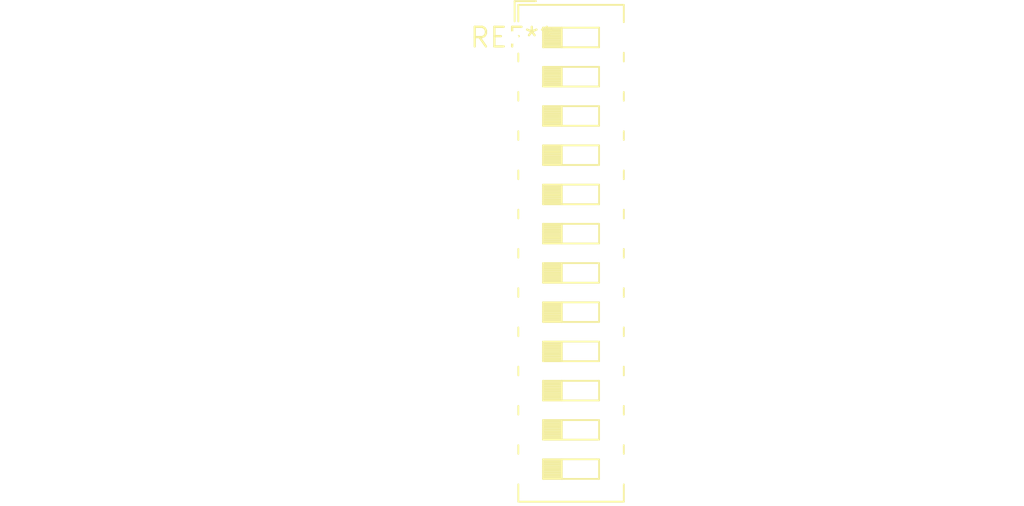
<source format=kicad_pcb>
(kicad_pcb (version 20240108) (generator pcbnew)
  (layers (0 "F.Cu" signal) (31 "B.Cu" signal) (34 "B.Paste" user) (35 "F.Paste" user) (36 "B.SilkS" user "B.Silkscreen") (37 "F.SilkS" user "F.Silkscreen") (38 "B.Mask" user) (39 "F.Mask" user) (44 "Edge.Cuts" user))
  (net 0 "")
  (footprint "SW_DIP_SPSTx12_Slide_6.7x32.04mm_W7.62mm_P2.54mm_LowProfile" (layer "F.Cu") (at 0 0)
    (property "Reference" "REF**")
    (property "Value" "SW_DIP_SPSTx12_Slide_6.7x32.04mm_W7.62mm_P2.54mm_LowProfile")
    (fp_line (start 0.16 -2.35) (end 0.16 -1.04) (layer "F.SilkS") (stroke (width 0.12)))
    (fp_line (start 0.16 -2.35) (end 1.543 -2.35) (layer "F.SilkS") (stroke (width 0.12)))
    (fp_line (start 0.4 -2.11) (end 0.4 -1.04) (layer "F.SilkS") (stroke (width 0.12)))
    (fp_line (start 0.4 -2.11) (end 7.221 -2.11) (layer "F.SilkS") (stroke (width 0.12)))
    (fp_line (start 0.4 1.04) (end 0.4 1.551) (layer "F.SilkS") (stroke (width 0.12)))
    (fp_line (start 0.4 3.53) (end 0.4 4.091) (layer "F.SilkS") (stroke (width 0.12)))
    (fp_line (start 0.4 6.07) (end 0.4 6.631) (layer "F.SilkS") (stroke (width 0.12)))
    (fp_line (start 0.4 8.61) (end 0.4 9.17) (layer "F.SilkS") (stroke (width 0.12)))
    (fp_line (start 0.4 11.15) (end 0.4 11.71) (layer "F.SilkS") (stroke (width 0.12)))
    (fp_line (start 0.4 13.69) (end 0.4 14.25) (layer "F.SilkS") (stroke (width 0.12)))
    (fp_line (start 0.4 16.23) (end 0.4 16.79) (layer "F.SilkS") (stroke (width 0.12)))
    (fp_line (start 0.4 18.77) (end 0.4 19.33) (layer "F.SilkS") (stroke (width 0.12)))
    (fp_line (start 0.4 21.31) (end 0.4 21.87) (layer "F.SilkS") (stroke (width 0.12)))
    (fp_line (start 0.4 23.85) (end 0.4 24.41) (layer "F.SilkS") (stroke (width 0.12)))
    (fp_line (start 0.4 26.39) (end 0.4 26.95) (layer "F.SilkS") (stroke (width 0.12)))
    (fp_line (start 0.4 28.93) (end 0.4 30.05) (layer "F.SilkS") (stroke (width 0.12)))
    (fp_line (start 0.4 30.05) (end 7.221 30.05) (layer "F.SilkS") (stroke (width 0.12)))
    (fp_line (start 2 -0.635) (end 2 0.635) (layer "F.SilkS") (stroke (width 0.12)))
    (fp_line (start 2 -0.515) (end 3.206667 -0.515) (layer "F.SilkS") (stroke (width 0.12)))
    (fp_line (start 2 -0.395) (end 3.206667 -0.395) (layer "F.SilkS") (stroke (width 0.12)))
    (fp_line (start 2 -0.275) (end 3.206667 -0.275) (layer "F.SilkS") (stroke (width 0.12)))
    (fp_line (start 2 -0.155) (end 3.206667 -0.155) (layer "F.SilkS") (stroke (width 0.12)))
    (fp_line (start 2 -0.035) (end 3.206667 -0.035) (layer "F.SilkS") (stroke (width 0.12)))
    (fp_line (start 2 0.085) (end 3.206667 0.085) (layer "F.SilkS") (stroke (width 0.12)))
    (fp_line (start 2 0.205) (end 3.206667 0.205) (layer "F.SilkS") (stroke (width 0.12)))
    (fp_line (start 2 0.325) (end 3.206667 0.325) (layer "F.SilkS") (stroke (width 0.12)))
    (fp_line (start 2 0.445) (end 3.206667 0.445) (layer "F.SilkS") (stroke (width 0.12)))
    (fp_line (start 2 0.565) (end 3.206667 0.565) (layer "F.SilkS") (stroke (width 0.12)))
    (fp_line (start 2 0.635) (end 5.62 0.635) (layer "F.SilkS") (stroke (width 0.12)))
    (fp_line (start 2 1.905) (end 2 3.175) (layer "F.SilkS") (stroke (width 0.12)))
    (fp_line (start 2 2.025) (end 3.206667 2.025) (layer "F.SilkS") (stroke (width 0.12)))
    (fp_line (start 2 2.145) (end 3.206667 2.145) (layer "F.SilkS") (stroke (width 0.12)))
    (fp_line (start 2 2.265) (end 3.206667 2.265) (layer "F.SilkS") (stroke (width 0.12)))
    (fp_line (start 2 2.385) (end 3.206667 2.385) (layer "F.SilkS") (stroke (width 0.12)))
    (fp_line (start 2 2.505) (end 3.206667 2.505) (layer "F.SilkS") (stroke (width 0.12)))
    (fp_line (start 2 2.625) (end 3.206667 2.625) (layer "F.SilkS") (stroke (width 0.12)))
    (fp_line (start 2 2.745) (end 3.206667 2.745) (layer "F.SilkS") (stroke (width 0.12)))
    (fp_line (start 2 2.865) (end 3.206667 2.865) (layer "F.SilkS") (stroke (width 0.12)))
    (fp_line (start 2 2.985) (end 3.206667 2.985) (layer "F.SilkS") (stroke (width 0.12)))
    (fp_line (start 2 3.105) (end 3.206667 3.105) (layer "F.SilkS") (stroke (width 0.12)))
    (fp_line (start 2 3.175) (end 5.62 3.175) (layer "F.SilkS") (stroke (width 0.12)))
    (fp_line (start 2 4.445) (end 2 5.715) (layer "F.SilkS") (stroke (width 0.12)))
    (fp_line (start 2 4.565) (end 3.206667 4.565) (layer "F.SilkS") (stroke (width 0.12)))
    (fp_line (start 2 4.685) (end 3.206667 4.685) (layer "F.SilkS") (stroke (width 0.12)))
    (fp_line (start 2 4.805) (end 3.206667 4.805) (layer "F.SilkS") (stroke (width 0.12)))
    (fp_line (start 2 4.925) (end 3.206667 4.925) (layer "F.SilkS") (stroke (width 0.12)))
    (fp_line (start 2 5.045) (end 3.206667 5.045) (layer "F.SilkS") (stroke (width 0.12)))
    (fp_line (start 2 5.165) (end 3.206667 5.165) (layer "F.SilkS") (stroke (width 0.12)))
    (fp_line (start 2 5.285) (end 3.206667 5.285) (layer "F.SilkS") (stroke (width 0.12)))
    (fp_line (start 2 5.405) (end 3.206667 5.405) (layer "F.SilkS") (stroke (width 0.12)))
    (fp_line (start 2 5.525) (end 3.206667 5.525) (layer "F.SilkS") (stroke (width 0.12)))
    (fp_line (start 2 5.645) (end 3.206667 5.645) (layer "F.SilkS") (stroke (width 0.12)))
    (fp_line (start 2 5.715) (end 5.62 5.715) (layer "F.SilkS") (stroke (width 0.12)))
    (fp_line (start 2 6.985) (end 2 8.255) (layer "F.SilkS") (stroke (width 0.12)))
    (fp_line (start 2 7.105) (end 3.206667 7.105) (layer "F.SilkS") (stroke (width 0.12)))
    (fp_line (start 2 7.225) (end 3.206667 7.225) (layer "F.SilkS") (stroke (width 0.12)))
    (fp_line (start 2 7.345) (end 3.206667 7.345) (layer "F.SilkS") (stroke (width 0.12)))
    (fp_line (start 2 7.465) (end 3.206667 7.465) (layer "F.SilkS") (stroke (width 0.12)))
    (fp_line (start 2 7.585) (end 3.206667 7.585) (layer "F.SilkS") (stroke (width 0.12)))
    (fp_line (start 2 7.705) (end 3.206667 7.705) (layer "F.SilkS") (stroke (width 0.12)))
    (fp_line (start 2 7.825) (end 3.206667 7.825) (layer "F.SilkS") (stroke (width 0.12)))
    (fp_line (start 2 7.945) (end 3.206667 7.945) (layer "F.SilkS") (stroke (width 0.12)))
    (fp_line (start 2 8.065) (end 3.206667 8.065) (layer "F.SilkS") (stroke (width 0.12)))
    (fp_line (start 2 8.185) (end 3.206667 8.185) (layer "F.SilkS") (stroke (width 0.12)))
    (fp_line (start 2 8.255) (end 5.62 8.255) (layer "F.SilkS") (stroke (width 0.12)))
    (fp_line (start 2 9.525) (end 2 10.795) (layer "F.SilkS") (stroke (width 0.12)))
    (fp_line (start 2 9.645) (end 3.206667 9.645) (layer "F.SilkS") (stroke (width 0.12)))
    (fp_line (start 2 9.765) (end 3.206667 9.765) (layer "F.SilkS") (stroke (width 0.12)))
    (fp_line (start 2 9.885) (end 3.206667 9.885) (layer "F.SilkS") (stroke (width 0.12)))
    (fp_line (start 2 10.005) (end 3.206667 10.005) (layer "F.SilkS") (stroke (width 0.12)))
    (fp_line (start 2 10.125) (end 3.206667 10.125) (layer "F.SilkS") (stroke (width 0.12)))
    (fp_line (start 2 10.245) (end 3.206667 10.245) (layer "F.SilkS") (stroke (width 0.12)))
    (fp_line (start 2 10.365) (end 3.206667 10.365) (layer "F.SilkS") (stroke (width 0.12)))
    (fp_line (start 2 10.485) (end 3.206667 10.485) (layer "F.SilkS") (stroke (width 0.12)))
    (fp_line (start 2 10.605) (end 3.206667 10.605) (layer "F.SilkS") (stroke (width 0.12)))
    (fp_line (start 2 10.725) (end 3.206667 10.725) (layer "F.SilkS") (stroke (width 0.12)))
    (fp_line (start 2 10.795) (end 5.62 10.795) (layer "F.SilkS") (stroke (width 0.12)))
    (fp_line (start 2 12.065) (end 2 13.335) (layer "F.SilkS") (stroke (width 0.12)))
    (fp_line (start 2 12.185) (end 3.206667 12.185) (layer "F.SilkS") (stroke (width 0.12)))
    (fp_line (start 2 12.305) (end 3.206667 12.305) (layer "F.SilkS") (stroke (width 0.12)))
    (fp_line (start 2 12.425) (end 3.206667 12.425) (layer "F.SilkS") (stroke (width 0.12)))
    (fp_line (start 2 12.545) (end 3.206667 12.545) (layer "F.SilkS") (stroke (width 0.12)))
    (fp_line (start 2 12.665) (end 3.206667 12.665) (layer "F.SilkS") (stroke (width 0.12)))
    (fp_line (start 2 12.785) (end 3.206667 12.785) (layer "F.SilkS") (stroke (width 0.12)))
    (fp_line (start 2 12.905) (end 3.206667 12.905) (layer "F.SilkS") (stroke (width 0.12)))
    (fp_line (start 2 13.025) (end 3.206667 13.025) (layer "F.SilkS") (stroke (width 0.12)))
    (fp_line (start 2 13.145) (end 3.206667 13.145) (layer "F.SilkS") (stroke (width 0.12)))
    (fp_line (start 2 13.265) (end 3.206667 13.265) (layer "F.SilkS") (stroke (width 0.12)))
    (fp_line (start 2 13.335) (end 5.62 13.335) (layer "F.SilkS") (stroke (width 0.12)))
    (fp_line (start 2 14.605) (end 2 15.875) (layer "F.SilkS") (stroke (width 0.12)))
    (fp_line (start 2 14.725) (end 3.206667 14.725) (layer "F.SilkS") (stroke (width 0.12)))
    (fp_line (start 2 14.845) (end 3.206667 14.845) (layer "F.SilkS") (stroke (width 0.12)))
    (fp_line (start 2 14.965) (end 3.206667 14.965) (layer "F.SilkS") (stroke (width 0.12)))
    (fp_line (start 2 15.085) (end 3.206667 15.085) (layer "F.SilkS") (stroke (width 0.12)))
    (fp_line (start 2 15.205) (end 3.206667 15.205) (layer "F.SilkS") (stroke (width 0.12)))
    (fp_line (start 2 15.325) (end 3.206667 15.325) (layer "F.SilkS") (stroke (width 0.12)))
    (fp_line (start 2 15.445) (end 3.206667 15.445) (layer "F.SilkS") (stroke (width 0.12)))
    (fp_line (start 2 15.565) (end 3.206667 15.565) (layer "F.SilkS") (stroke (width 0.12)))
    (fp_line (start 2 15.685) (end 3.206667 15.685) (layer "F.SilkS") (stroke (width 0.12)))
    (fp_line (start 2 15.805) (end 3.206667 15.805) (layer "F.SilkS") (stroke (width 0.12)))
    (fp_line (start 2 15.875) (end 5.62 15.875) (layer "F.SilkS") (stroke (width 0.12)))
    (fp_line (start 2 17.145) (end 2 18.415) (layer "F.SilkS") (stroke (width 0.12)))
    (fp_line (start 2 17.265) (end 3.206667 17.265) (layer "F.SilkS") (stroke (width 0.12)))
    (fp_line (start 2 17.385) (end 3.206667 17.385) (layer "F.SilkS") (stroke (width 0.12)))
    (fp_line (start 2 17.505) (end 3.206667 17.505) (layer "F.SilkS") (stroke (width 0.12)))
    (fp_line (start 2 17.625) (end 3.206667 17.625) (layer "F.SilkS") (stroke (width 0.12)))
    (fp_line (start 2 17.745) (end 3.206667 17.745) (layer "F.SilkS") (stroke (width 0.12)))
    (fp_line (start 2 17.865) (end 3.206667 17.865) (layer "F.SilkS") (stroke (width 0.12)))
    (fp_line (start 2 17.985) (end 3.206667 17.985) (layer "F.SilkS") (stroke (width 0.12)))
    (fp_line (start 2 18.105) (end 3.206667 18.105) (layer "F.SilkS") (stroke (width 0.12)))
    (fp_line (start 2 18.225) (end 3.206667 18.225) (layer "F.SilkS") (stroke (width 0.12)))
    (fp_line (start 2 18.345) (end 3.206667 18.345) (layer "F.SilkS") (stroke (width 0.12)))
    (fp_line (start 2 18.415) (end 5.62 18.415) (layer "F.SilkS") (stroke (width 0.12)))
    (fp_line (start 2 19.685) (end 2 20.955) (layer "F.SilkS") (stroke (width 0.12)))
    (fp_line (start 2 19.805) (end 3.206667 19.805) (layer "F.SilkS") (stroke (width 0.12)))
    (fp_line (start 2 19.925) (end 3.206667 19.925) (layer "F.SilkS") (stroke (width 0.12)))
    (fp_line (start 2 20.045) (end 3.206667 20.045) (layer "F.SilkS") (stroke (width 0.12)))
    (fp_line (start 2 20.165) (end 3.206667 20.165) (layer "F.SilkS") (stroke (width 0.12)))
    (fp_line (start 2 20.285) (end 3.206667 20.285) (layer "F.SilkS") (stroke (width 0.12)))
    (fp_line (start 2 20.405) (end 3.206667 20.405) (layer "F.SilkS") (stroke (width 0.12)))
    (fp_line (start 2 20.525) (end 3.206667 20.525) (layer "F.SilkS") (stroke (width 0.12)))
    (fp_line (start 2 20.645) (end 3.206667 20.645) (layer "F.SilkS") (stroke (width 0.12)))
    (fp_line (start 2 20.765) (end 3.206667 20.765) (layer "F.SilkS") (stroke (width 0.12)))
    (fp_line (start 2 20.885) (end 3.206667 20.885) (layer "F.SilkS") (stroke (width 0.12)))
    (fp_line (start 2 20.955) (end 5.62 20.955) (layer "F.SilkS") (stroke (width 0.12)))
    (fp_line (start 2 22.225) (end 2 23.495) (layer "F.SilkS") (stroke (width 0.12)))
    (fp_line (start 2 22.345) (end 3.206667 22.345) (layer "F.SilkS") (stroke (width 0.12)))
    (fp_line (start 2 22.465) (end 3.206667 22.465) (layer "F.SilkS") (stroke (width 0.12)))
    (fp_line (start 2 22.585) (end 3.206667 22.585) (layer "F.SilkS") (stroke (width 0.12)))
    (fp_line (start 2 22.705) (end 3.206667 22.705) (layer "F.SilkS") (stroke (width 0.12)))
    (fp_line (start 2 22.825) (end 3.206667 22.825) (layer "F.SilkS") (stroke (width 0.12)))
    (fp_line (start 2 22.945) (end 3.206667 22.945) (layer "F.SilkS") (stroke (width 0.12)))
    (fp_line (start 2 23.065) (end 3.206667 23.065) (layer "F.SilkS") (stroke (width 0.12)))
    (fp_line (start 2 23.185) (end 3.206667 23.185) (layer "F.SilkS") (stroke (width 0.12)))
    (fp_line (start 2 23.305) (end 3.206667 23.305) (layer "F.SilkS") (stroke (width 0.12)))
    (fp_line (start 2 23.425) (end 3.206667 23.425) (layer "F.SilkS") (stroke (width 0.12)))
    (fp_line (start 2 23.495) (end 5.62 23.495) (layer "F.SilkS") (stroke (width 0.12)))
    (fp_line (start 2 24.765) (end 2 26.035) (layer "F.SilkS") (stroke (width 0.12)))
    (fp_line (start 2 24.885) (end 3.206667 24.885) (layer "F.SilkS") (stroke (width 0.12)))
    (fp_line (start 2 25.005) (end 3.206667 25.005) (layer "F.SilkS") (stroke (width 0.12)))
    (fp_line (start 2 25.125) (end 3.206667 25.125) (layer "F.SilkS") (stroke (width 0.12)))
    (fp_line (start 2 25.245) (end 3.206667 25.245) (layer "F.SilkS") (stroke (width 0.12)))
    (fp_line (start 2 25.365) (end 3.206667 25.365) (layer "F.SilkS") (stroke (width 0.12)))
    (fp_line (start 2 25.485) (end 3.206667 25.485) (layer "F.SilkS") (stroke (width 0.12)))
    (fp_line (start 2 25.605) (end 3.206667 25.605) (layer "F.SilkS") (stroke (width 0.12)))
    (fp_line (start 2 25.725) (end 3.206667 25.725) (layer "F.SilkS") (stroke (width 0.12)))
    (fp_line (start 2 25.845) (end 3.206667 25.845) (layer "F.SilkS") (stroke (width 0.12)))
    (fp_line (start 2 25.965) (end 3.206667 25.965) (layer "F.SilkS") (stroke (width 0.12)))
    (fp_line (start 2 26.035) (end 5.62 26.035) (layer "F.SilkS") (stroke (width 0.12)))
    (fp_line (start 2 27.305) (end 2 28.575) (layer "F.SilkS") (stroke (width 0.12)))
    (fp_line (start 2 27.425) (end 3.206667 27.425) (layer "F.SilkS") (stroke (width 0.12)))
    (fp_line (start 2 27.545) (end 3.206667 27.545) (layer "F.SilkS") (stroke (width 0.12)))
    (fp_line (start 2 27.665) (end 3.206667 27.665) (layer "F.SilkS") (stroke (width 0.12)))
    (fp_line (start 2 27.785) (end 3.206667 27.785) (layer "F.SilkS") (stroke (width 0.12)))
    (fp_line (start 2 27.905) (end 3.206667 27.905) (layer "F.SilkS") (stroke (width 0.12)))
    (fp_line (start 2 28.025) (end 3.206667 28.025) (layer "F.SilkS") (stroke (width 0.12)))
    (fp_line (start 2 28.145) (end 3.206667 28.145) (layer "F.SilkS") (stroke (width 0.12)))
    (fp_line (start 2 28.265) (end 3.206667 28.265) (layer "F.SilkS") (stroke (width 0.12)))
    (fp_line (start 2 28.385) (end 3.206667 28.385) (layer "F.SilkS") (stroke (width 0.12)))
    (fp_line (start 2 28.505) (end 3.206667 28.505) (layer "F.SilkS") (stroke (width 0.12)))
    (fp_line (start 2 28.575) (end 5.62 28.575) (layer "F.SilkS") (stroke (width 0.12)))
    (fp_line (start 3.206667 -0.635) (end 3.206667 0.635) (layer "F.SilkS") (stroke (width 0.12)))
    (fp_line (start 3.206667 1.905) (end 3.206667 3.175) (layer "F.SilkS") (stroke (width 0.12)))
    (fp_line (start 3.206667 4.445) (end 3.206667 5.715) (layer "F.SilkS") (stroke (width 0.12)))
    (fp_line (start 3.206667 6.985) (end 3.206667 8.255) (layer "F.SilkS") (stroke (width 0.12)))
    (fp_line (start 3.206667 9.525) (end 3.206667 10.795) (layer "F.SilkS") (stroke (width 0.12)))
    (fp_line (start 3.206667 12.065) (end 3.206667 13.335) (layer "F.SilkS") (stroke (width 0.12)))
    (fp_line (start 3.206667 14.605) (end 3.206667 15.875) (layer "F.SilkS") (stroke (width 0.12)))
    (fp_line (start 3.206667 17.145) (end 3.206667 18.415) (layer "F.SilkS") (stroke (width 0.12)))
    (fp_line (start 3.206667 19.685) (end 3.206667 20.955) (layer "F.SilkS") (stroke (width 0.12)))
    (fp_line (start 3.206667 22.225) (end 3.206667 23.495) (layer "F.SilkS") (stroke (width 0.12)))
    (fp_line (start 3.206667 24.765) (end 3.206667 26.035) (layer "F.SilkS") (stroke (width 0.12)))
    (fp_line (start 3.206667 27.305) (end 3.206667 28.575) (layer "F.SilkS") (stroke (width 0.12)))
    (fp_line (start 5.62 -0.635) (end 2 -0.635) (layer "F.SilkS") (stroke (width 0.12)))
    (fp_line (start 5.62 0.635) (end 5.62 -0.635) (layer "F.SilkS") (stroke (width 0.12)))
    (fp_line (start 5.62 1.905) (end 2 1.905) (layer "F.SilkS") (stroke (width 0.12)))
    (fp_line (start 5.62 3.175) (end 5.62 1.905) (layer "F.SilkS") (stroke (width 0.12)))
    (fp_line (start 5.62 4.445) (end 2 4.445) (layer "F.SilkS") (stroke (width 0.12)))
    (fp_line (start 5.62 5.715) (end 5.62 4.445) (layer "F.SilkS") (stroke (width 0.12)))
    (fp_line (start 5.62 6.985) (end 2 6.985) (layer "F.SilkS") (stroke (width 0.12)))
    (fp_line (start 5.62 8.255) (end 5.62 6.985) (layer "F.SilkS") (stroke (width 0.12)))
    (fp_line (start 5.62 9.525) (end 2 9.525) (layer "F.SilkS") (stroke (width 0.12)))
    (fp_line (start 5.62 10.795) (end 5.62 9.525) (layer "F.SilkS") (stroke (width 0.12)))
    (fp_line (start 5.62 12.065) (end 2 12.065) (layer "F.SilkS") (stroke (width 0.12)))
    (fp_line (start 5.62 13.335) (end 5.62 12.065) (layer "F.SilkS") (stroke (width 0.12)))
    (fp_line (start 5.62 14.605) (end 2 14.605) (layer "F.SilkS") (stroke (width 0.12)))
    (fp_line (start 5.62 15.875) (end 5.62 14.605) (layer "F.SilkS") (stroke (width 0.12)))
    (fp_line (start 5.62 17.145) (end 2 17.145) (layer "F.SilkS") (stroke (width 0.12)))
    (fp_line (start 5.62 18.415) (end 5.62 17.145) (layer "F.SilkS") (stroke (width 0.12)))
    (fp_line (start 5.62 19.685) (end 2 19.685) (layer "F.SilkS") (stroke (width 0.12)))
    (fp_line (start 5.62 20.955) (end 5.62 19.685) (layer "F.SilkS") (stroke (width 0.12)))
    (fp_line (start 5.62 22.225) (end 2 22.225) (layer "F.SilkS") (stroke (width 0.12)))
    (fp_line (start 5.62 23.495) (end 5.62 22.225) (layer "F.SilkS") (stroke (width 0.12)))
    (fp_line (start 5.62 24.765) (end 2 24.765) (layer "F.SilkS") (stroke (width 0.12)))
    (fp_line (start 5.62 26.035) (end 5.62 24.765) (layer "F.SilkS") (stroke (width 0.12)))
    (fp_line (start 5.62 27.305) (end 2 27.305) (layer "F.SilkS") (stroke (width 0.12)))
    (fp_line (start 5.62 28.575) (end 5.62 27.305) (layer "F.SilkS") (stroke (width 0.12)))
    (fp_line (start 7.221 -2.11) (end 7.221 -0.99) (layer "F.SilkS") (stroke (width 0.12)))
    (fp_line (start 7.221 0.991) (end 7.221 1.551) (layer "F.SilkS") (stroke (width 0.12)))
    (fp_line (start 7.221 3.531) (end 7.221 4.091) (layer "F.SilkS") (stroke (width 0.12)))
    (fp_line (start 7.221 6.071) (end 7.221 6.631) (layer "F.SilkS") (stroke (width 0.12)))
    (fp_line (start 7.221 8.611) (end 7.221 9.171) (layer "F.SilkS") (stroke (width 0.12)))
    (fp_line (start 7.221 11.151) (end 7.221 11.711) (layer "F.SilkS") (stroke (width 0.12)))
    (fp_line (start 7.221 13.691) (end 7.221 14.251) (layer "F.SilkS") (stroke (width 0.12)))
    (fp_line (start 7.221 16.231) (end 7.221 16.791) (layer "F.SilkS") (stroke (width 0.12)))
    (fp_line (start 7.221 18.771) (end 7.221 19.33) (layer "F.SilkS") (stroke (width 0.12)))
    (fp_line (start 7.221 21.311) (end 7.221 21.87) (layer "F.SilkS") (stroke (width 0.12)))
    (fp_line (start 7.221 23.851) (end 7.221 24.41) (layer "F.SilkS") (stroke (width 0.12)))
    (fp_line (start 7.221 26.391) (end 7.221 26.95) (layer "F.SilkS") (stroke (width 0.12)))
    (fp_line (start 7.221 28.931) (end 7.221 30.05) (layer "F.SilkS") (stroke (width 0.12)))
    (pad "1" thru_hole rect (at 0 0) (size 1.6 1.6) (drill 0.8) (layers *.Cu *.Mask) (remove_unused_layers))
    (pad "2" thru_hole oval (at 0 2.54) (size 1.6 1.6) (drill 0.8) (layers *.Cu *.Mask) (remove_unused_layers))
    (pad "3" thru_hole oval (at 0 5.08) (size 1.6 1.6) (drill 0.8) (layers *.Cu *.Mask) (remove_unused_layers))
    (pad "4" thru_hole oval (at 0 7.62) (size 1.6 1.6) (drill 0.8) (layers *.Cu *.Mask) (remove_unused_layers))
    (pad "5" thru_hole oval (at 0 10.16) (size 1.6 1.6) (drill 0.8) (layers *.Cu *.Mask) (remove_unused_layers))
    (pad "6" thru_hole oval (at 0 12.7) (size 1.6 1.6) (drill 0.8) (layers *.Cu *.Mask) (remove_unused_layers))
    (pad "7" thru_hole oval (at 0 15.24) (size 1.6 1.6) (drill 0.8) (layers *.Cu *.Mask) (remove_unused_layers))
    (pad "8" thru_hole oval (at 0 17.78) (size 1.6 1.6) (drill 0.8) (layers *.Cu *.Mask) (remove_unused_layers))
    (pad "9" thru_hole oval (at 0 20.32) (size 1.6 1.6) (drill 0.8) (layers *.Cu *.Mask) (remove_unused_layers))
    (pad "10" thru_hole oval (at 0 22.86) (size 1.6 1.6) (drill 0.8) (layers *.Cu *.Mask) (remove_unused_layers))
    (pad "11" thru_hole oval (at 0 25.4) (size 1.6 1.6) (drill 0.8) (layers *.Cu *.Mask) (remove_unused_layers))
    (pad "12" thru_hole oval (at 0 27.94) (size 1.6 1.6) (drill 0.8) (layers *.Cu *.Mask) (remove_unused_layers))
    (pad "13" thru_hole oval (at 7.62 27.94) (size 1.6 1.6) (drill 0.8) (layers *.Cu *.Mask) (remove_unused_layers))
    (pad "14" thru_hole oval (at 7.62 25.4) (size 1.6 1.6) (drill 0.8) (layers *.Cu *.Mask) (remove_unused_layers))
    (pad "15" thru_hole oval (at 7.62 22.86) (size 1.6 1.6) (drill 0.8) (layers *.Cu *.Mask) (remove_unused_layers))
    (pad "16" thru_hole oval (at 7.62 20.32) (size 1.6 1.6) (drill 0.8) (layers *.Cu *.Mask) (remove_unused_layers))
    (pad "17" thru_hole oval (at 7.62 17.78) (size 1.6 1.6) (drill 0.8) (layers *.Cu *.Mask) (remove_unused_layers))
    (pad "18" thru_hole oval (at 7.62 15.24) (size 1.6 1.6) (drill 0.8) (layers *.Cu *.Mask) (remove_unused_layers))
    (pad "19" thru_hole oval (at 7.62 12.7) (size 1.6 1.6) (drill 0.8) (layers *.Cu *.Mask) (remove_unused_layers))
    (pad "20" thru_hole oval (at 7.62 10.16) (size 1.6 1.6) (drill 0.8) (layers *.Cu *.Mask) (remove_unused_layers))
    (pad "21" thru_hole oval (at 7.62 7.62) (size 1.6 1.6) (drill 0.8) (layers *.Cu *.Mask) (remove_unused_layers))
    (pad "22" thru_hole oval (at 7.62 5.08) (size 1.6 1.6) (drill 0.8) (layers *.Cu *.Mask) (remove_unused_layers))
    (pad "23" thru_hole oval (at 7.62 2.54) (size 1.6 1.6) (drill 0.8) (layers *.Cu *.Mask) (remove_unused_layers))
    (pad "24" thru_hole oval (at 7.62 0) (size 1.6 1.6) (drill 0.8) (layers *.Cu *.Mask) (remove_unused_layers))
  )
)
</source>
